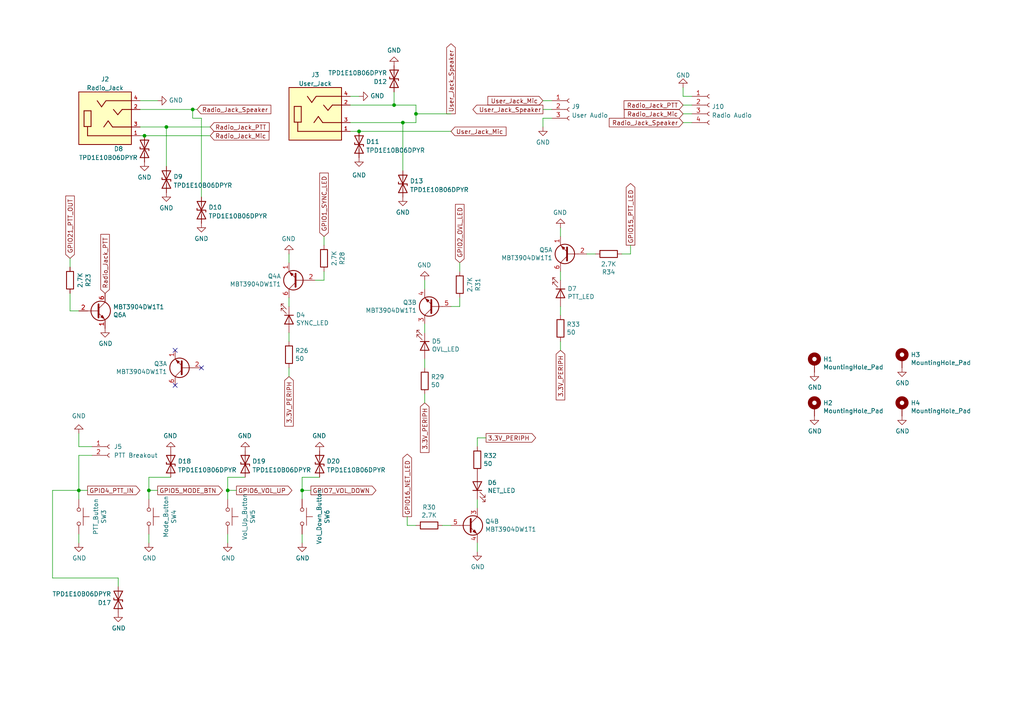
<source format=kicad_sch>
(kicad_sch (version 20211123) (generator eeschema)
  (paper "A4")
  (title_block (title "ezDV External Interface") (date "2023-04-03") (rev "v0.8") (company "FreeDV Project"))
  (lib_symbols
    (symbol "Connector:Conn_01x02_Female" (pin_names (offset 1.016) hide)
      (property "Reference" "J" (at 0 2.54 0))
      (property "Value" "Conn_01x02_Female" (at 0 -5.08 0))
      (symbol "Conn_01x02_Female_1_1"
        (arc (start 0 -2.032) (mid -0.508 -2.54) (end 0 -3.048) (stroke (width 0.1524)))
        (polyline (pts (xy -1.27 -2.54) (xy -0.508 -2.54)) (stroke (width 0.1524)))
        (polyline (pts (xy -1.27 0) (xy -0.508 0)) (stroke (width 0.1524)))
        (arc (start 0 0.508) (mid -0.508 0) (end 0 -0.508) (stroke (width 0.1524)))
        (pin passive line (at -5.08 0 0) (length 3.81) (name "Pin_1") (number "1"))
        (pin passive line (at -5.08 -2.54 0) (length 3.81) (name "Pin_2") (number "2"))
      )
    )
    (symbol "Connector:Conn_01x03_Female" (pin_names (offset 1.016) hide)
      (property "Reference" "J" (at 0 5.08 0))
      (property "Value" "Conn_01x03_Female" (at 0 -5.08 0))
      (symbol "Conn_01x03_Female_1_1"
        (arc (start 0 -2.032) (mid -0.508 -2.54) (end 0 -3.048) (stroke (width 0.1524)))
        (polyline (pts (xy -1.27 -2.54) (xy -0.508 -2.54)) (stroke (width 0.1524)))
        (polyline (pts (xy -1.27 0) (xy -0.508 0)) (stroke (width 0.1524)))
        (polyline (pts (xy -1.27 2.54) (xy -0.508 2.54)) (stroke (width 0.1524)))
        (arc (start 0 0.508) (mid -0.508 0) (end 0 -0.508) (stroke (width 0.1524)))
        (arc (start 0 3.048) (mid -0.508 2.54) (end 0 2.032) (stroke (width 0.1524)))
        (pin passive line (at -5.08 2.54 0) (length 3.81) (name "Pin_1") (number "1"))
        (pin passive line (at -5.08 0 0) (length 3.81) (name "Pin_2") (number "2"))
        (pin passive line (at -5.08 -2.54 0) (length 3.81) (name "Pin_3") (number "3"))
      )
    )
    (symbol "Connector:Conn_01x04_Female" (pin_names (offset 1.016) hide)
      (property "Reference" "J" (at 0 5.08 0))
      (property "Value" "Conn_01x04_Female" (at 0 -7.62 0))
      (symbol "Conn_01x04_Female_1_1"
        (arc (start 0 -4.572) (mid -0.508 -5.08) (end 0 -5.588) (stroke (width 0.1524)))
        (arc (start 0 -2.032) (mid -0.508 -2.54) (end 0 -3.048) (stroke (width 0.1524)))
        (polyline (pts (xy -1.27 -5.08) (xy -0.508 -5.08)) (stroke (width 0.1524)))
        (polyline (pts (xy -1.27 -2.54) (xy -0.508 -2.54)) (stroke (width 0.1524)))
        (polyline (pts (xy -1.27 0) (xy -0.508 0)) (stroke (width 0.1524)))
        (polyline (pts (xy -1.27 2.54) (xy -0.508 2.54)) (stroke (width 0.1524)))
        (arc (start 0 0.508) (mid -0.508 0) (end 0 -0.508) (stroke (width 0.1524)))
        (arc (start 0 3.048) (mid -0.508 2.54) (end 0 2.032) (stroke (width 0.1524)))
        (pin passive line (at -5.08 2.54 0) (length 3.81) (name "Pin_1") (number "1"))
        (pin passive line (at -5.08 0 0) (length 3.81) (name "Pin_2") (number "2"))
        (pin passive line (at -5.08 -2.54 0) (length 3.81) (name "Pin_3") (number "3"))
        (pin passive line (at -5.08 -5.08 0) (length 3.81) (name "Pin_4") (number "4"))
      )
    )
    (symbol "Device:D_TVS" (pin_numbers hide) (pin_names (offset 1.016) hide)
      (property "Reference" "D" (at 0 2.54 0))
      (property "Value" "D_TVS" (at 0 -2.54 0))
      (symbol "D_TVS_0_1"
        (polyline (pts (xy 1.27 0) (xy -1.27 0)))
        (polyline (pts (xy 0.508 1.27) (xy 0 1.27) (xy 0 -1.27) (xy -0.508 -1.27)) (stroke (width 0.254)))
        (polyline (pts (xy -2.54 1.27) (xy -2.54 -1.27) (xy 2.54 1.27) (xy 2.54 -1.27) (xy -2.54 1.27)) (stroke (width 0.254)))
      )
      (symbol "D_TVS_1_1"
        (pin passive line (at -3.81 0 0) (length 2.54) (name "A1") (number "1"))
        (pin passive line (at 3.81 0 180) (length 2.54) (name "A2") (number "2"))
      )
    )
    (symbol "Device:LED" (pin_numbers hide) (pin_names (offset 1.016) hide)
      (property "Reference" "D" (at 0 2.54 0))
      (property "Value" "LED" (at 0 -2.54 0))
      (symbol "LED_0_1"
        (polyline (pts (xy -1.27 -1.27) (xy -1.27 1.27)) (stroke (width 0.254)))
        (polyline (pts (xy -1.27 0) (xy 1.27 0)))
        (polyline (pts (xy 1.27 -1.27) (xy 1.27 1.27) (xy -1.27 0) (xy 1.27 -1.27)) (stroke (width 0.254)))
        (polyline (pts (xy -3.048 -0.762) (xy -4.572 -2.286) (xy -3.81 -2.286) (xy -4.572 -2.286) (xy -4.572 -1.524)))
        (polyline (pts (xy -1.778 -0.762) (xy -3.302 -2.286) (xy -2.54 -2.286) (xy -3.302 -2.286) (xy -3.302 -1.524)))
      )
      (symbol "LED_1_1"
        (pin passive line (at -3.81 0 0) (length 2.54) (name "K") (number "1"))
        (pin passive line (at 3.81 0 180) (length 2.54) (name "A") (number "2"))
      )
    )
    (symbol "Device:R" (pin_numbers hide) (pin_names (offset 0))
      (property "Reference" "R" (at 2.032 0 90))
      (property "Value" "R" (at 0 0 90))
      (symbol "R_0_1"
        (rectangle (start -1.016 -2.54) (end 1.016 2.54) (stroke (width 0.254)))
      )
      (symbol "R_1_1"
        (pin passive line (at 0 3.81 270) (length 1.27) (name "~") (number "1"))
        (pin passive line (at 0 -3.81 90) (length 1.27) (name "~") (number "2"))
      )
    )
    (symbol "Mechanical:MountingHole_Pad" (pin_numbers hide) (pin_names (offset 1.016) hide)
      (property "Reference" "H" (at 0 6.35 0))
      (property "Value" "MountingHole_Pad" (at 0 4.445 0))
      (symbol "MountingHole_Pad_0_1"
        (circle (center 0 1.27) (radius 1.27) (stroke (width 1.27)))
      )
      (symbol "MountingHole_Pad_1_1"
        (pin input line (at 0 -2.54 90) (length 2.54) (name "1") (number "1"))
      )
    )
    (symbol "SJ-43514:SJ-43514" (pin_names (offset 1.016))
      (property "Reference" "J" (at -7.6219 8.3841 0))
      (property "Value" "SJ-43514" (at -7.6261 -10.1682 0))
      (symbol "SJ-43514_0_0"
        (rectangle (start -7.62 -7.62) (end 7.62 7.62) (stroke (width 0.254)) (fill (type background)))
        (polyline (pts (xy -6.096 -2.413) (xy -4.064 -2.413)) (stroke (width 0.254)))
        (polyline (pts (xy -6.096 2.159) (xy -6.096 -2.413)) (stroke (width 0.254)))
        (polyline (pts (xy -5.08 -5.08) (xy 7.62 -5.08)) (stroke (width 0.254)))
        (polyline (pts (xy -5.08 -2.54) (xy -5.08 -5.08)) (stroke (width 0.254)))
        (polyline (pts (xy -4.064 -2.413) (xy -4.064 2.159)) (stroke (width 0.254)))
        (polyline (pts (xy -4.064 2.159) (xy -6.096 2.159)) (stroke (width 0.254)))
        (polyline (pts (xy -2.286 5.08) (xy -1.016 3.302)) (stroke (width 0.254)))
        (polyline (pts (xy -1.016 3.302) (xy 0.254 5.08)) (stroke (width 0.254)))
        (polyline (pts (xy -0.381 -2.54) (xy 0.889 -0.762)) (stroke (width 0.254)))
        (polyline (pts (xy 0.381 5.08) (xy 7.62 5.08)) (stroke (width 0.254)))
        (polyline (pts (xy 0.889 -0.762) (xy 2.159 -2.54)) (stroke (width 0.254)))
        (polyline (pts (xy 2.159 -2.54) (xy 7.62 -2.54)) (stroke (width 0.254)))
        (polyline (pts (xy 2.413 2.54) (xy 3.683 1.016)) (stroke (width 0.254)))
        (polyline (pts (xy 3.683 1.016) (xy 4.953 2.54)) (stroke (width 0.254)))
        (polyline (pts (xy 4.953 2.54) (xy 7.62 2.54)) (stroke (width 0.254)))
        (pin passive line (at 10.16 -5.08 180) (length 2.54) (name "~") (number "1"))
        (pin passive line (at 10.16 2.54 180) (length 2.54) (name "~") (number "2"))
        (pin passive line (at 10.16 -2.54 180) (length 2.54) (name "~") (number "3"))
        (pin passive line (at 10.16 5.08 180) (length 2.54) (name "~") (number "4"))
      )
    )
    (symbol "Switch:SW_Push" (pin_numbers hide) (pin_names (offset 1.016) hide)
      (property "Reference" "SW" (at 1.27 2.54 0))
      (property "Value" "SW_Push" (at 0 -1.524 0))
      (symbol "SW_Push_0_1"
        (circle (center -2.032 0) (radius 0.508))
        (polyline (pts (xy 0 1.27) (xy 0 3.048)))
        (polyline (pts (xy 2.54 1.27) (xy -2.54 1.27)))
        (circle (center 2.032 0) (radius 0.508))
        (pin passive line (at -5.08 0 0) (length 2.54) (name "1") (number "1"))
        (pin passive line (at 5.08 0 180) (length 2.54) (name "2") (number "2"))
      )
    )
    (symbol "ezDV-rescue:Q_DUAL_NPN_NPN_E1B1C2E2B2C1-Device" (pin_names (offset 0) hide)
      (property "Reference" "Q" (at 5.08 1.27 0))
      (property "Value" "Q_DUAL_NPN_NPN_E1B1C2E2B2C1-Device" (at 5.08 -1.27 0))
      (symbol "Q_DUAL_NPN_NPN_E1B1C2E2B2C1-Device_0_1"
        (polyline (pts (xy 0.635 0) (xy -2.54 0)))
        (polyline (pts (xy 0.635 0.635) (xy 2.54 2.54)))
        (polyline (pts (xy 0.635 -0.635) (xy 2.54 -2.54) (xy 2.54 -2.54)))
        (polyline (pts (xy 0.635 1.905) (xy 0.635 -1.905) (xy 0.635 -1.905)) (stroke (width 0.508)))
        (polyline (pts (xy 1.27 -1.778) (xy 1.778 -1.27) (xy 2.286 -2.286) (xy 1.27 -1.778) (xy 1.27 -1.778)) (fill (type outline)))
        (circle (center 1.27 0) (radius 2.8194) (stroke (width 0.254)))
      )
      (symbol "Q_DUAL_NPN_NPN_E1B1C2E2B2C1-Device_1_1"
        (pin passive line (at 2.54 -5.08 90) (length 2.54) (name "E1") (number "1"))
        (pin input line (at -5.08 0 0) (length 2.54) (name "B1") (number "2"))
        (pin passive line (at 2.54 5.08 270) (length 2.54) (name "C1") (number "6"))
      )
      (symbol "Q_DUAL_NPN_NPN_E1B1C2E2B2C1-Device_2_1"
        (pin passive line (at 2.54 5.08 270) (length 2.54) (name "C2") (number "3"))
        (pin passive line (at 2.54 -5.08 90) (length 2.54) (name "E2") (number "4"))
        (pin input line (at -5.08 0 0) (length 2.54) (name "B2") (number "5"))
      )
    )
    (symbol "power:GND" (power) (pin_names (offset 0))
      (property "Value" "GND" (at 0 -3.81 0))
      (symbol "GND_0_1"
        (polyline (pts (xy 0 0) (xy 0 -1.27) (xy 1.27 -1.27) (xy 0 -2.54) (xy -1.27 -1.27) (xy 0 -1.27)))
      )
      (symbol "GND_1_1"
        (pin power_in line (at 0 0 270) (length 0) hide (name "GND") (number "1"))
      )
    )
  )
  (junction (at 120.65 33.02))
  (junction (at 66.04 142.24))
  (junction (at 104.14 38.1))
  (junction (at 48.26 36.83))
  (junction (at 41.91 39.37))
  (junction (at 116.84 35.56))
  (junction (at 43.18 142.24))
  (junction (at 55.88 31.75))
  (junction (at 22.86 142.24))
  (junction (at 114.3 30.48))
  (junction (at 87.63 142.24))
  (no_connect (at 50.8 101.6))
  (no_connect (at 58.42 106.68))
  (no_connect (at 50.8 111.76))
  (wire (pts (xy 133.35 86.36) (xy 133.35 88.9)))
  (wire (pts (xy 15.24 167.64) (xy 34.29 167.64)))
  (wire (pts (xy 162.56 91.44) (xy 162.56 88.9)))
  (wire (pts (xy 182.88 73.66) (xy 182.88 71.12)))
  (wire (pts (xy 138.43 157.48) (xy 138.43 160.02)))
  (wire (pts (xy 128.27 152.4) (xy 130.81 152.4)))
  (wire (pts (xy 120.65 35.56) (xy 116.84 35.56)))
  (wire (pts (xy 20.32 77.47) (xy 20.32 74.93)))
  (wire (pts (xy 101.6 35.56) (xy 116.84 35.56)))
  (wire (pts (xy 138.43 127) (xy 140.97 127)))
  (wire (pts (xy 123.19 106.68) (xy 123.19 104.14)))
  (wire (pts (xy 58.42 34.29) (xy 55.88 34.29)))
  (wire (pts (xy 93.98 71.12) (xy 93.98 68.58)))
  (wire (pts (xy 22.86 142.24) (xy 15.24 142.24)))
  (wire (pts (xy 133.35 88.9) (xy 130.81 88.9)))
  (wire (pts (xy 22.86 132.08) (xy 22.86 142.24)))
  (wire (pts (xy 116.84 49.53) (xy 116.84 35.56)))
  (wire (pts (xy 123.19 83.82) (xy 123.19 81.28)))
  (wire (pts (xy 20.32 85.09) (xy 20.32 90.17)))
  (wire (pts (xy 41.91 39.37) (xy 60.96 39.37)))
  (wire (pts (xy 15.24 142.24) (xy 15.24 167.64)))
  (wire (pts (xy 133.35 78.74) (xy 133.35 76.2)))
  (wire (pts (xy 162.56 81.28) (xy 162.56 78.74)))
  (wire (pts (xy 66.04 142.24) (xy 66.04 144.78)))
  (wire (pts (xy 162.56 99.06) (xy 162.56 101.6)))
  (wire (pts (xy 87.63 142.24) (xy 87.63 138.43)))
  (wire (pts (xy 101.6 30.48) (xy 114.3 30.48)))
  (wire (pts (xy 90.17 142.24) (xy 87.63 142.24)))
  (wire (pts (xy 172.72 73.66) (xy 170.18 73.66)))
  (wire (pts (xy 198.12 30.48) (xy 200.66 30.48)))
  (wire (pts (xy 66.04 138.43) (xy 71.12 138.43)))
  (wire (pts (xy 83.82 76.2) (xy 83.82 73.66)))
  (wire (pts (xy 22.86 90.17) (xy 20.32 90.17)))
  (wire (pts (xy 48.26 36.83) (xy 48.26 48.26)))
  (wire (pts (xy 25.4 142.24) (xy 22.86 142.24)))
  (wire (pts (xy 157.48 31.75) (xy 160.02 31.75)))
  (wire (pts (xy 22.86 129.54) (xy 26.67 129.54)))
  (wire (pts (xy 130.81 33.02) (xy 120.65 33.02)))
  (wire (pts (xy 198.12 27.94) (xy 198.12 25.4)))
  (wire (pts (xy 43.18 138.43) (xy 49.53 138.43)))
  (wire (pts (xy 157.48 29.21) (xy 160.02 29.21)))
  (wire (pts (xy 93.98 78.74) (xy 93.98 81.28)))
  (wire (pts (xy 120.65 33.02) (xy 120.65 35.56)))
  (wire (pts (xy 120.65 33.02) (xy 120.65 30.48)))
  (wire (pts (xy 87.63 138.43) (xy 92.71 138.43)))
  (wire (pts (xy 118.11 152.4) (xy 118.11 149.86)))
  (wire (pts (xy 83.82 106.68) (xy 83.82 109.22)))
  (wire (pts (xy 22.86 125.73) (xy 22.86 129.54)))
  (wire (pts (xy 83.82 99.06) (xy 83.82 96.52)))
  (wire (pts (xy 198.12 35.56) (xy 200.66 35.56)))
  (wire (pts (xy 120.65 30.48) (xy 114.3 30.48)))
  (wire (pts (xy 68.58 142.24) (xy 66.04 142.24)))
  (wire (pts (xy 114.3 26.67) (xy 114.3 30.48)))
  (wire (pts (xy 26.67 132.08) (xy 22.86 132.08)))
  (wire (pts (xy 43.18 142.24) (xy 43.18 138.43)))
  (wire (pts (xy 101.6 27.94) (xy 104.14 27.94)))
  (wire (pts (xy 138.43 129.54) (xy 138.43 127)))
  (wire (pts (xy 58.42 57.15) (xy 58.42 34.29)))
  (wire (pts (xy 83.82 88.9) (xy 83.82 86.36)))
  (wire (pts (xy 101.6 38.1) (xy 104.14 38.1)))
  (wire (pts (xy 123.19 96.52) (xy 123.19 93.98)))
  (wire (pts (xy 45.72 142.24) (xy 43.18 142.24)))
  (wire (pts (xy 43.18 142.24) (xy 43.18 144.78)))
  (wire (pts (xy 87.63 142.24) (xy 87.63 144.78)))
  (wire (pts (xy 198.12 33.02) (xy 200.66 33.02)))
  (wire (pts (xy 120.65 152.4) (xy 118.11 152.4)))
  (wire (pts (xy 87.63 154.94) (xy 87.63 157.48)))
  (wire (pts (xy 157.48 34.29) (xy 160.02 34.29)))
  (wire (pts (xy 93.98 81.28) (xy 91.44 81.28)))
  (wire (pts (xy 22.86 154.94) (xy 22.86 157.48)))
  (wire (pts (xy 138.43 144.78) (xy 138.43 147.32)))
  (wire (pts (xy 66.04 154.94) (xy 66.04 157.48)))
  (wire (pts (xy 66.04 142.24) (xy 66.04 138.43)))
  (wire (pts (xy 200.66 27.94) (xy 198.12 27.94)))
  (wire (pts (xy 123.19 114.3) (xy 123.19 116.84)))
  (wire (pts (xy 43.18 154.94) (xy 43.18 157.48)))
  (wire (pts (xy 157.48 36.83) (xy 157.48 34.29)))
  (wire (pts (xy 40.64 29.21) (xy 45.72 29.21)))
  (wire (pts (xy 40.64 36.83) (xy 48.26 36.83)))
  (wire (pts (xy 48.26 36.83) (xy 60.96 36.83)))
  (wire (pts (xy 55.88 31.75) (xy 57.15 31.75)))
  (wire (pts (xy 180.34 73.66) (xy 182.88 73.66)))
  (wire (pts (xy 55.88 34.29) (xy 55.88 31.75)))
  (wire (pts (xy 40.64 31.75) (xy 55.88 31.75)))
  (wire (pts (xy 104.14 38.1) (xy 130.81 38.1)))
  (wire (pts (xy 22.86 142.24) (xy 22.86 144.78)))
  (wire (pts (xy 40.64 39.37) (xy 41.91 39.37)))
  (wire (pts (xy 162.56 66.04) (xy 162.56 68.58)))
  (wire (pts (xy 34.29 167.64) (xy 34.29 170.18)))
  (global_label "Radio_Jack_Speaker" (shape input) (at 57.15 31.75 0) (property "Intersheet References" "${INTERSHEET_REFS}" (effects hide)))
  (global_label "GPIO7_VOL_DOWN" (shape output) (at 90.17 142.24 0) (property "Intersheet References" "${INTERSHEET_REFS}" (effects hide)))
  (global_label "Radio_Jack_PTT" (shape input) (at 30.48 85.09 90) (property "Intersheet References" "${INTERSHEET_REFS}" (effects hide)))
  (global_label "GPIO2_OVL_LED" (shape input) (at 133.35 76.2 90) (property "Intersheet References" "${INTERSHEET_REFS}" (effects hide)))
  (global_label "GPIO21_PTT_OUT" (shape input) (at 20.32 74.93 90) (property "Intersheet References" "${INTERSHEET_REFS}" (effects hide)))
  (global_label "GPIO5_MODE_BTN" (shape output) (at 45.72 142.24 0) (property "Intersheet References" "${INTERSHEET_REFS}" (effects hide)))
  (global_label "Radio_Jack_Mic" (shape input) (at 198.12 33.02 180) (property "Intersheet References" "${INTERSHEET_REFS}" (effects hide)))
  (global_label "GPIO16_NET_LED" (shape output) (at 118.11 149.86 90) (property "Intersheet References" "${INTERSHEET_REFS}" (effects hide)))
  (global_label "GPIO6_VOL_UP" (shape output) (at 68.58 142.24 0) (property "Intersheet References" "${INTERSHEET_REFS}" (effects hide)))
  (global_label "Radio_Jack_Mic" (shape input) (at 60.96 39.37 0) (property "Intersheet References" "${INTERSHEET_REFS}" (effects hide)))
  (global_label "3.3V_PERIPH" (shape output) (at 140.97 127 0) (property "Intersheet References" "${INTERSHEET_REFS}" (effects hide)))
  (global_label "GPIO15_PTT_LED" (shape output) (at 182.88 71.12 90) (property "Intersheet References" "${INTERSHEET_REFS}" (effects hide)))
  (global_label "User_Jack_Speaker" (shape output) (at 130.81 33.02 90) (property "Intersheet References" "${INTERSHEET_REFS}" (effects hide)))
  (global_label "Radio_Jack_PTT" (shape input) (at 60.96 36.83 0) (property "Intersheet References" "${INTERSHEET_REFS}" (effects hide)))
  (global_label "3.3V_PERIPH" (shape input) (at 83.82 109.22 270) (property "Intersheet References" "${INTERSHEET_REFS}" (effects hide)))
  (global_label "User_Jack_Mic" (shape input) (at 157.48 29.21 180) (property "Intersheet References" "${INTERSHEET_REFS}" (effects hide)))
  (global_label "Radio_Jack_Speaker" (shape input) (at 198.12 35.56 180) (property "Intersheet References" "${INTERSHEET_REFS}" (effects hide)))
  (global_label "User_Jack_Speaker" (shape output) (at 157.48 31.75 180) (property "Intersheet References" "${INTERSHEET_REFS}" (effects hide)))
  (global_label "GPIO4_PTT_IN" (shape output) (at 25.4 142.24 0) (property "Intersheet References" "${INTERSHEET_REFS}" (effects hide)))
  (global_label "3.3V_PERIPH" (shape input) (at 123.19 116.84 270) (property "Intersheet References" "${INTERSHEET_REFS}" (effects hide)))
  (global_label "User_Jack_Mic" (shape input) (at 130.81 38.1 0) (property "Intersheet References" "${INTERSHEET_REFS}" (effects hide)))
  (global_label "Radio_Jack_PTT" (shape input) (at 198.12 30.48 180) (property "Intersheet References" "${INTERSHEET_REFS}" (effects hide)))
  (global_label "GPIO1_SYNC_LED" (shape input) (at 93.98 68.58 90) (property "Intersheet References" "${INTERSHEET_REFS}" (effects hide)))
  (global_label "3.3V_PERIPH" (shape input) (at 162.56 101.6 270) (property "Intersheet References" "${INTERSHEET_REFS}" (effects hide)))
  (symbol (lib_id "Mechanical:MountingHole_Pad") (at 261.62 118.11 0) (unit 1)
    (property "Reference" "H4" (at 264.16 116.8654 0) (effects (justify left)))
    (property "Value" "MountingHole_Pad" (at 264.16 119.1768 0) (effects (justify left)))
    (property "Footprint" "MountingHole:MountingHole_3.2mm_M3_Pad" (effects hide))
  )
  (symbol (lib_id "power:GND") (at 236.22 107.95 0) (unit 1)
    (property "Reference" "#PWR036" (effects hide))
    (property "Value" "GND" (at 236.347 112.3442 0))
  )
  (symbol (lib_id "power:GND") (at 116.84 57.15 0) (unit 1)
    (property "Reference" "#PWR0107" (effects hide))
    (property "Value" "GND" (at 116.84 61.5934 0))
  )
  (symbol (lib_id "Device:R") (at 133.35 82.55 180) (unit 1)
    (property "Reference" "R31" (at 138.6078 82.55 90))
    (property "Value" "2.7K" (at 136.2964 82.55 90))
    (property "Footprint" "Resistor_SMD:R_0603_1608Metric" (effects hide))
    (property "Datasheet" "https://datasheet.lcsc.com/lcsc/2206010216_UNI-ROYAL-Uniroyal-Elec-0603WAF2701T5E_C13167.pdf" (effects hide))
    (property "LCSC" "C13167" (effects hide))
  )
  (symbol (lib_id "power:GND") (at 41.91 46.99 0) (unit 1)
    (property "Reference" "#PWR0110" (effects hide))
    (property "Value" "GND" (at 41.91 51.4334 0))
  )
  (symbol (lib_id "power:GND") (at 48.26 55.88 0) (unit 1)
    (property "Reference" "#PWR0111" (effects hide))
    (property "Value" "GND" (at 48.26 60.3234 0))
  )
  (symbol (lib_id "Device:R") (at 83.82 102.87 0) (unit 1)
    (property "Reference" "R26" (at 85.598 101.7016 0) (effects (justify left)))
    (property "Value" "50" (at 85.598 104.013 0) (effects (justify left)))
    (property "Footprint" "Resistor_SMD:R_0603_1608Metric" (effects hide))
    (property "Datasheet" "https://datasheet.lcsc.com/lcsc/2206010130_UNI-ROYAL-Uniroyal-Elec-0603WAF1500T5E_C22808.pdf" (effects hide))
    (property "LCSC" "C22808" (effects hide))
  )
  (symbol (lib_id "Device:R") (at 162.56 95.25 0) (unit 1)
    (property "Reference" "R33" (at 164.338 94.0816 0) (effects (justify left)))
    (property "Value" "50" (at 164.338 96.393 0) (effects (justify left)))
    (property "Footprint" "Resistor_SMD:R_0603_1608Metric" (effects hide))
    (property "Datasheet" "https://datasheet.lcsc.com/lcsc/2206010130_UNI-ROYAL-Uniroyal-Elec-0603WAF1500T5E_C22808.pdf" (effects hide))
    (property "LCSC" "C22808" (effects hide))
  )
  (symbol (lib_id "power:GND") (at 162.56 66.04 180) (unit 1)
    (property "Reference" "#PWR035" (effects hide))
    (property "Value" "GND" (at 162.433 61.6458 0))
  )
  (symbol (lib_id "ezDV-rescue:Q_DUAL_NPN_NPN_E1B1C2E2B2C1-Device") (at 86.36 81.28 180) (unit 1)
    (property "Reference" "Q4" (at 81.5086 80.1116 0) (effects (justify left)))
    (property "Value" "MBT3904DW1T1" (at 81.5086 82.423 0) (effects (justify left)))
    (property "Footprint" "Package_TO_SOT_SMD:SOT-363_SC-70-6" (effects hide))
    (property "Datasheet" "https://datasheet.lcsc.com/lcsc/1811151434_onsemi-MBT3904DW1T1G_C110150.pdf" (effects hide))
    (property "LCSC" "C110150" (effects hide))
  )
  (symbol (lib_id "power:GND") (at 49.53 130.81 180) (unit 1)
    (property "Reference" "#PWR059" (effects hide))
    (property "Value" "GND" (at 49.403 126.4158 0))
  )
  (symbol (lib_id "Device:D_TVS") (at 92.71 134.62 90) (unit 1)
    (property "Reference" "D20" (at 94.742 133.7853 90) (effects (justify right)))
    (property "Value" "TPD1E10B06DPYR" (at 94.742 136.3222 90) (effects (justify right)))
    (property "Footprint" "ezDV_production:DIO_TPD1E05U06DPYR" (effects hide))
    (property "Datasheet" "https://www.ti.com/lit/ds/symlink/tpd1e10b06.pdf?ts=1673062853444" (effects hide))
    (property "LCSC" "C48260" (effects hide))
  )
  (symbol (lib_id "power:GND") (at 71.12 130.81 180) (unit 1)
    (property "Reference" "#PWR060" (effects hide))
    (property "Value" "GND" (at 70.993 126.4158 0))
  )
  (symbol (lib_id "power:GND") (at 261.62 106.68 0) (unit 1)
    (property "Reference" "#PWR038" (effects hide))
    (property "Value" "GND" (at 261.747 111.0742 0))
  )
  (symbol (lib_id "Device:LED") (at 138.43 140.97 90) (unit 1)
    (property "Reference" "D6" (at 141.4272 139.9794 90) (effects (justify right)))
    (property "Value" "NET_LED" (at 141.4272 142.2908 90) (effects (justify right)))
    (property "Footprint" "Diode_SMD:D_0603_1608Metric" (effects hide))
    (property "Datasheet" "https://datasheet.lcsc.com/lcsc/1811101510_Everlight-Elec-19-217-BHC-ZL1M2RY-3T_C72041.pdf" (effects hide))
    (property "LCSC" "C72041" (effects hide))
  )
  (symbol (lib_id "power:GND") (at 22.86 125.73 180) (unit 1)
    (property "Reference" "#PWR043" (effects hide))
    (property "Value" "GND" (at 22.86 120.65 0))
  )
  (symbol (lib_id "Device:D_TVS") (at 104.14 41.91 90) (unit 1)
    (property "Reference" "D11" (at 106.172 41.0753 90) (effects (justify right)))
    (property "Value" "TPD1E10B06DPYR" (at 106.172 43.6122 90) (effects (justify right)))
    (property "Footprint" "ezDV_production:DIO_TPD1E05U06DPYR" (effects hide))
    (property "Datasheet" "https://www.ti.com/lit/ds/symlink/tpd1e10b06.pdf?ts=1673062853444" (effects hide))
    (property "LCSC" "C48260" (effects hide))
  )
  (symbol (lib_id "power:GND") (at 92.71 130.81 180) (unit 1)
    (property "Reference" "#PWR061" (effects hide))
    (property "Value" "GND" (at 92.583 126.4158 0))
  )
  (symbol (lib_id "Device:LED") (at 123.19 100.33 270) (unit 1)
    (property "Reference" "D5" (at 125.222 98.9838 90) (effects (justify left)))
    (property "Value" "OVL_LED" (at 125.222 101.2952 90) (effects (justify left)))
    (property "Footprint" "Diode_SMD:D_0603_1608Metric" (effects hide))
    (property "Datasheet" "https://datasheet.lcsc.com/lcsc/1810231112_Hubei-KENTO-Elec-KT-0603R_C2286.pdf" (effects hide))
    (property "LCSC" "C2286" (effects hide))
  )
  (symbol (lib_id "power:GND") (at 22.86 157.48 0) (unit 1)
    (property "Reference" "#PWR025" (effects hide))
    (property "Value" "GND" (at 22.987 161.8742 0))
  )
  (symbol (lib_id "Device:D_TVS") (at 71.12 134.62 90) (unit 1)
    (property "Reference" "D19" (at 73.152 133.7853 90) (effects (justify right)))
    (property "Value" "TPD1E10B06DPYR" (at 73.152 136.3222 90) (effects (justify right)))
    (property "Footprint" "ezDV_production:DIO_TPD1E05U06DPYR" (effects hide))
    (property "Datasheet" "https://www.ti.com/lit/ds/symlink/tpd1e10b06.pdf?ts=1673062853444" (effects hide))
    (property "LCSC" "C48260" (effects hide))
  )
  (symbol (lib_id "power:GND") (at 138.43 160.02 0) (unit 1)
    (property "Reference" "#PWR034" (effects hide))
    (property "Value" "GND" (at 138.557 164.4142 0))
  )
  (symbol (lib_id "Device:R") (at 93.98 74.93 180) (unit 1)
    (property "Reference" "R28" (at 99.2378 74.93 90))
    (property "Value" "2.7K" (at 96.9264 74.93 90))
    (property "Footprint" "Resistor_SMD:R_0603_1608Metric" (effects hide))
    (property "Datasheet" "https://datasheet.lcsc.com/lcsc/2206010216_UNI-ROYAL-Uniroyal-Elec-0603WAF2701T5E_C13167.pdf" (effects hide))
    (property "LCSC" "C13167" (effects hide))
  )
  (symbol (lib_id "Device:LED") (at 83.82 92.71 270) (unit 1)
    (property "Reference" "D4" (at 85.852 91.3638 90) (effects (justify left)))
    (property "Value" "SYNC_LED" (at 85.852 93.6752 90) (effects (justify left)))
    (property "Footprint" "Diode_SMD:D_0603_1608Metric" (effects hide))
    (property "Datasheet" "https://datasheet.lcsc.com/lcsc/1912111437_Yongyu-Photoelectric-SZYY0603YG_C434423.pdf" (effects hide))
    (property "LCSC" "C434423" (effects hide))
  )
  (symbol (lib_id "power:GND") (at 87.63 157.48 0) (unit 1)
    (property "Reference" "#PWR031" (effects hide))
    (property "Value" "GND" (at 87.757 161.8742 0))
  )
  (symbol (lib_id "Mechanical:MountingHole_Pad") (at 236.22 105.41 0) (unit 1)
    (property "Reference" "H1" (at 238.76 104.1654 0) (effects (justify left)))
    (property "Value" "MountingHole_Pad" (at 238.76 106.4768 0) (effects (justify left)))
    (property "Footprint" "MountingHole:MountingHole_3.2mm_M3_Pad" (effects hide))
  )
  (symbol (lib_id "ezDV-rescue:Q_DUAL_NPN_NPN_E1B1C2E2B2C1-Device") (at 125.73 88.9 180) (unit 2)
    (property "Reference" "Q3" (at 120.8786 87.7316 0) (effects (justify left)))
    (property "Value" "MBT3904DW1T1" (at 120.8786 90.043 0) (effects (justify left)))
    (property "Footprint" "Package_TO_SOT_SMD:SOT-363_SC-70-6" (effects hide))
    (property "Datasheet" "https://datasheet.lcsc.com/lcsc/1811151434_onsemi-MBT3904DW1T1G_C110150.pdf" (effects hide))
    (property "LCSC" "C110150" (effects hide))
  )
  (symbol (lib_id "Connector:Conn_01x02_Female") (at 31.75 129.54 0) (unit 1)
    (property "Reference" "J5" (at 33.02 129.5399 0) (effects (justify left)))
    (property "Value" "PTT Breakout" (at 33.02 132.0799 0) (effects (justify left)))
    (property "Footprint" "Connector_PinHeader_2.54mm:PinHeader_1x02_P2.54mm_Vertical" (effects hide))
  )
  (symbol (lib_id "power:GND") (at 261.62 120.65 0) (unit 1)
    (property "Reference" "#PWR039" (effects hide))
    (property "Value" "GND" (at 261.747 125.0442 0))
  )
  (symbol (lib_id "power:GND") (at 83.82 73.66 180) (unit 1)
    (property "Reference" "#PWR030" (effects hide))
    (property "Value" "GND" (at 83.693 69.2658 0))
  )
  (symbol (lib_id "ezDV-rescue:Q_DUAL_NPN_NPN_E1B1C2E2B2C1-Device") (at 165.1 73.66 180) (unit 1)
    (property "Reference" "Q5" (at 160.2486 72.4916 0) (effects (justify left)))
    (property "Value" "MBT3904DW1T1" (at 160.2486 74.803 0) (effects (justify left)))
    (property "Footprint" "Package_TO_SOT_SMD:SOT-363_SC-70-6" (effects hide))
    (property "Datasheet" "https://datasheet.lcsc.com/lcsc/1811151434_onsemi-MBT3904DW1T1G_C110150.pdf" (effects hide))
    (property "LCSC" "C110150" (effects hide))
  )
  (symbol (lib_id "Device:D_TVS") (at 116.84 53.34 90) (unit 1)
    (property "Reference" "D13" (at 118.872 52.5053 90) (effects (justify right)))
    (property "Value" "TPD1E10B06DPYR" (at 118.872 55.0422 90) (effects (justify right)))
    (property "Footprint" "ezDV_production:DIO_TPD1E05U06DPYR" (effects hide))
    (property "Datasheet" "https://www.ti.com/lit/ds/symlink/tpd1e10b06.pdf?ts=1673062853444" (effects hide))
    (property "LCSC" "C48260" (effects hide))
  )
  (symbol (lib_id "Device:R") (at 123.19 110.49 0) (unit 1)
    (property "Reference" "R29" (at 124.968 109.3216 0) (effects (justify left)))
    (property "Value" "50" (at 124.968 111.633 0) (effects (justify left)))
    (property "Footprint" "Resistor_SMD:R_0603_1608Metric" (effects hide))
    (property "Datasheet" "https://datasheet.lcsc.com/lcsc/2206010130_UNI-ROYAL-Uniroyal-Elec-0603WAF1500T5E_C22808.pdf" (effects hide))
    (property "LCSC" "C22808" (effects hide))
  )
  (symbol (lib_id "Device:R") (at 20.32 81.28 180) (unit 1)
    (property "Reference" "R23" (at 25.5778 81.28 90))
    (property "Value" "2.7K" (at 23.2664 81.28 90))
    (property "Footprint" "Resistor_SMD:R_0603_1608Metric" (effects hide))
    (property "Datasheet" "https://datasheet.lcsc.com/lcsc/2206010216_UNI-ROYAL-Uniroyal-Elec-0603WAF2701T5E_C13167.pdf" (effects hide))
    (property "LCSC" "C13167" (effects hide))
  )
  (symbol (lib_id "Device:R") (at 138.43 133.35 0) (unit 1)
    (property "Reference" "R32" (at 140.208 132.1816 0) (effects (justify left)))
    (property "Value" "50" (at 140.208 134.493 0) (effects (justify left)))
    (property "Footprint" "Resistor_SMD:R_0603_1608Metric" (effects hide))
    (property "Datasheet" "https://datasheet.lcsc.com/lcsc/2206010130_UNI-ROYAL-Uniroyal-Elec-0603WAF1500T5E_C22808.pdf" (effects hide))
    (property "LCSC" "C22808" (effects hide))
  )
  (symbol (lib_id "Switch:SW_Push") (at 22.86 149.86 270) (unit 1)
    (property "Reference" "SW3" (at 30.099 149.86 0))
    (property "Value" "PTT_Button" (at 27.7876 149.86 0))
    (property "Footprint" "Button_Switch_SMD:SW_SPST_TL3305C" (effects hide))
    (property "Datasheet" "https://datasheet.lcsc.com/lcsc/2202251630_E-Switch-TL3305CF260QG_C2886904.pdf" (effects hide))
    (property "LCSC" "C2886904" (effects hide))
  )
  (symbol (lib_id "Device:D_TVS") (at 41.91 43.18 90) (unit 1)
    (property "Reference" "D8" (at 33.02 43.18 90) (effects (justify right)))
    (property "Value" "TPD1E10B06DPYR" (at 22.86 45.72 90) (effects (justify right)))
    (property "Footprint" "ezDV_production:DIO_TPD1E05U06DPYR" (effects hide))
    (property "Datasheet" "https://www.ti.com/lit/ds/symlink/tpd1e10b06.pdf?ts=1673062853444" (effects hide))
    (property "LCSC" "C48260" (effects hide))
  )
  (symbol (lib_id "Device:D_TVS") (at 114.3 22.86 270) (unit 1)
    (property "Reference" "D12" (at 112.268 23.6947 90) (effects (justify right)))
    (property "Value" "TPD1E10B06DPYR" (at 112.268 21.1578 90) (effects (justify right)))
    (property "Footprint" "ezDV_production:DIO_TPD1E05U06DPYR" (effects hide))
    (property "Datasheet" "https://www.ti.com/lit/ds/symlink/tpd1e10b06.pdf?ts=1673062853444" (effects hide))
    (property "LCSC" "C48260" (effects hide))
  )
  (symbol (lib_id "ezDV-rescue:Q_DUAL_NPN_NPN_E1B1C2E2B2C1-Device") (at 53.34 106.68 180) (unit 1)
    (property "Reference" "Q3" (at 48.4886 105.5116 0) (effects (justify left)))
    (property "Value" "MBT3904DW1T1" (at 48.4886 107.823 0) (effects (justify left)))
    (property "Footprint" "Package_TO_SOT_SMD:SOT-363_SC-70-6" (effects hide))
    (property "Datasheet" "https://datasheet.lcsc.com/lcsc/1811151434_onsemi-MBT3904DW1T1G_C110150.pdf" (effects hide))
    (property "LCSC" "C110150" (effects hide))
  )
  (symbol (lib_id "Device:D_TVS") (at 34.29 173.99 270) (unit 1)
    (property "Reference" "D17" (at 32.258 174.8247 90) (effects (justify right)))
    (property "Value" "TPD1E10B06DPYR" (at 32.258 172.2878 90) (effects (justify right)))
    (property "Footprint" "ezDV_production:DIO_TPD1E05U06DPYR" (effects hide))
    (property "Datasheet" "https://www.ti.com/lit/ds/symlink/tpd1e10b06.pdf?ts=1673062853444" (effects hide))
    (property "LCSC" "C48260" (effects hide))
  )
  (symbol (lib_id "Switch:SW_Push") (at 66.04 149.86 270) (unit 1)
    (property "Reference" "SW5" (at 73.279 149.86 0))
    (property "Value" "Vol_Up_Button" (at 70.9676 149.86 0))
    (property "Footprint" "Button_Switch_SMD:SW_SPST_TL3305C" (effects hide))
    (property "Datasheet" "https://datasheet.lcsc.com/lcsc/2202251630_E-Switch-TL3305CF260QG_C2886904.pdf" (effects hide))
    (property "LCSC" "C2886904" (effects hide))
  )
  (symbol (lib_id "Connector:Conn_01x04_Female") (at 205.74 30.48 0) (unit 1)
    (property "Reference" "J10" (at 206.4512 30.9153 0) (effects (justify left)))
    (property "Value" "Radio Audio" (at 206.4512 33.4522 0) (effects (justify left)))
    (property "Footprint" "Connector_PinHeader_2.54mm:PinHeader_1x04_P2.54mm_Vertical" (effects hide))
  )
  (symbol (lib_id "Device:D_TVS") (at 49.53 134.62 90) (unit 1)
    (property "Reference" "D18" (at 51.562 133.7853 90) (effects (justify right)))
    (property "Value" "TPD1E10B06DPYR" (at 51.562 136.3222 90) (effects (justify right)))
    (property "Footprint" "ezDV_production:DIO_TPD1E05U06DPYR" (effects hide))
    (property "Datasheet" "https://www.ti.com/lit/ds/symlink/tpd1e10b06.pdf?ts=1673062853444" (effects hide))
    (property "LCSC" "C48260" (effects hide))
  )
  (symbol (lib_id "power:GND") (at 104.14 27.94 90) (unit 1)
    (property "Reference" "#PWR032" (effects hide))
    (property "Value" "GND" (at 107.3912 27.813 90) (effects (justify right)))
  )
  (symbol (lib_id "power:GND") (at 104.14 45.72 0) (unit 1)
    (property "Reference" "#PWR0106" (effects hide))
    (property "Value" "GND" (at 104.14 50.8 0))
  )
  (symbol (lib_id "power:GND") (at 43.18 157.48 0) (unit 1)
    (property "Reference" "#PWR027" (effects hide))
    (property "Value" "GND" (at 43.307 161.8742 0))
  )
  (symbol (lib_id "Mechanical:MountingHole_Pad") (at 261.62 104.14 0) (unit 1)
    (property "Reference" "H3" (at 264.16 102.8954 0) (effects (justify left)))
    (property "Value" "MountingHole_Pad" (at 264.16 105.2068 0) (effects (justify left)))
    (property "Footprint" "MountingHole:MountingHole_3.2mm_M3_Pad" (effects hide))
  )
  (symbol (lib_id "ezDV-rescue:Q_DUAL_NPN_NPN_E1B1C2E2B2C1-Device") (at 135.89 152.4 0) (unit 2)
    (property "Reference" "Q4" (at 140.716 151.2316 0) (effects (justify left)))
    (property "Value" "MBT3904DW1T1" (at 140.716 153.543 0) (effects (justify left)))
    (property "Footprint" "Package_TO_SOT_SMD:SOT-363_SC-70-6" (effects hide))
    (property "Datasheet" "https://datasheet.lcsc.com/lcsc/1811151434_onsemi-MBT3904DW1T1G_C110150.pdf" (effects hide))
    (property "LCSC" "C110150" (effects hide))
  )
  (symbol (lib_id "power:GND") (at 45.72 29.21 90) (unit 1)
    (property "Reference" "#PWR026" (effects hide))
    (property "Value" "GND" (at 48.9712 29.083 90) (effects (justify right)))
  )
  (symbol (lib_id "Device:R") (at 124.46 152.4 270) (unit 1)
    (property "Reference" "R30" (at 124.46 147.1422 90))
    (property "Value" "2.7K" (at 124.46 149.4536 90))
    (property "Footprint" "Resistor_SMD:R_0603_1608Metric" (effects hide))
    (property "Datasheet" "https://datasheet.lcsc.com/lcsc/2206010216_UNI-ROYAL-Uniroyal-Elec-0603WAF2701T5E_C13167.pdf" (effects hide))
    (property "LCSC" "C13167" (effects hide))
  )
  (symbol (lib_id "power:GND") (at 58.42 64.77 0) (unit 1)
    (property "Reference" "#PWR0109" (effects hide))
    (property "Value" "GND" (at 58.42 69.2134 0))
  )
  (symbol (lib_id "Mechanical:MountingHole_Pad") (at 236.22 118.11 0) (unit 1)
    (property "Reference" "H2" (at 238.76 116.8654 0) (effects (justify left)))
    (property "Value" "MountingHole_Pad" (at 238.76 119.1768 0) (effects (justify left)))
    (property "Footprint" "MountingHole:MountingHole_3.2mm_M3_Pad" (effects hide))
  )
  (symbol (lib_id "SJ-43514:SJ-43514") (at 91.44 33.02 0) (unit 1)
    (property "Reference" "J3" (at 91.44 21.7002 0))
    (property "Value" "User_Jack" (at 91.44 24.2371 0))
    (property "Footprint" "ezDV_production:CUI_SJ-43514" (effects hide))
    (property "Datasheet" "https://www.mouser.com/datasheet/2/670/sj_4351x-1779303.pdf" (effects hide))
    (property "STANDARD" "MANUFACTURER RECOMMENDATIONS" (effects hide))
    (property "PART_REV" "1.04" (effects hide))
    (property "MANUFACTURER" "CUI INC" (effects hide))
  )
  (symbol (lib_id "power:GND") (at 30.48 95.25 0) (unit 1)
    (property "Reference" "#PWR028" (effects hide))
    (property "Value" "GND" (at 30.607 99.6442 0))
  )
  (symbol (lib_id "Device:D_TVS") (at 48.26 52.07 90) (unit 1)
    (property "Reference" "D9" (at 50.292 51.2353 90) (effects (justify right)))
    (property "Value" "TPD1E10B06DPYR" (at 50.292 53.7722 90) (effects (justify right)))
    (property "Footprint" "ezDV_production:DIO_TPD1E05U06DPYR" (effects hide))
    (property "Datasheet" "https://www.ti.com/lit/ds/symlink/tpd1e10b06.pdf?ts=1673062853444" (effects hide))
    (property "LCSC" "C48260" (effects hide))
  )
  (symbol (lib_id "power:GND") (at 114.3 19.05 180) (unit 1)
    (property "Reference" "#PWR0108" (effects hide))
    (property "Value" "GND" (at 114.3 14.6066 0))
  )
  (symbol (lib_id "Switch:SW_Push") (at 87.63 149.86 270) (unit 1)
    (property "Reference" "SW6" (at 94.869 149.86 0))
    (property "Value" "Vol_Down_Button" (at 92.5576 149.86 0))
    (property "Footprint" "Button_Switch_SMD:SW_SPST_TL3305C" (effects hide))
    (property "Datasheet" "https://datasheet.lcsc.com/lcsc/2202251630_E-Switch-TL3305CF260QG_C2886904.pdf" (effects hide))
    (property "LCSC" "C2886904" (effects hide))
  )
  (symbol (lib_id "power:GND") (at 66.04 157.48 0) (unit 1)
    (property "Reference" "#PWR029" (effects hide))
    (property "Value" "GND" (at 66.167 161.8742 0))
  )
  (symbol (lib_id "power:GND") (at 236.22 120.65 0) (unit 1)
    (property "Reference" "#PWR037" (effects hide))
    (property "Value" "GND" (at 236.347 125.0442 0))
  )
  (symbol (lib_id "power:GND") (at 157.48 36.83 0) (unit 1)
    (property "Reference" "#PWR046" (effects hide))
    (property "Value" "GND" (at 157.48 41.2734 0))
  )
  (symbol (lib_id "power:GND") (at 123.19 81.28 180) (unit 1)
    (property "Reference" "#PWR033" (effects hide))
    (property "Value" "GND" (at 123.063 76.8858 0))
  )
  (symbol (lib_id "Connector:Conn_01x03_Female") (at 165.1 31.75 0) (unit 1)
    (property "Reference" "J9" (at 165.8112 30.9153 0) (effects (justify left)))
    (property "Value" "User Audio" (at 165.8112 33.4522 0) (effects (justify left)))
    (property "Footprint" "Connector_PinSocket_2.54mm:PinSocket_1x03_P2.54mm_Vertical" (effects hide))
  )
  (symbol (lib_id "power:GND") (at 198.12 25.4 180) (unit 1)
    (property "Reference" "#PWR047" (effects hide))
    (property "Value" "GND" (at 198.12 21.8242 0))
  )
  (symbol (lib_id "Device:R") (at 176.53 73.66 90) (unit 1)
    (property "Reference" "R34" (at 176.53 78.9178 90))
    (property "Value" "2.7K" (at 176.53 76.6064 90))
    (property "Footprint" "Resistor_SMD:R_0603_1608Metric" (effects hide))
    (property "Datasheet" "https://datasheet.lcsc.com/lcsc/2206010216_UNI-ROYAL-Uniroyal-Elec-0603WAF2701T5E_C13167.pdf" (effects hide))
    (property "LCSC" "C13167" (effects hide))
  )
  (symbol (lib_id "ezDV-rescue:Q_DUAL_NPN_NPN_E1B1C2E2B2C1-Device") (at 27.94 90.17 0) (unit 1)
    (property "Reference" "Q6" (at 32.7914 91.3384 0) (effects (justify left)))
    (property "Value" "MBT3904DW1T1" (at 32.7914 89.027 0) (effects (justify left)))
    (property "Footprint" "Package_TO_SOT_SMD:SOT-363_SC-70-6" (effects hide))
    (property "Datasheet" "https://datasheet.lcsc.com/lcsc/1811151434_onsemi-MBT3904DW1T1G_C110150.pdf" (effects hide))
    (property "LCSC" "C110150" (effects hide))
  )
  (symbol (lib_id "power:GND") (at 34.29 177.8 0) (unit 1)
    (property "Reference" "#PWR058" (effects hide))
    (property "Value" "GND" (at 34.417 182.1942 0))
  )
  (symbol (lib_id "Device:LED") (at 162.56 85.09 270) (unit 1)
    (property "Reference" "D7" (at 164.592 83.7438 90) (effects (justify left)))
    (property "Value" "PTT_LED" (at 164.592 86.0552 90) (effects (justify left)))
    (property "Footprint" "Diode_SMD:D_0603_1608Metric" (effects hide))
    (property "Datasheet" "https://datasheet.lcsc.com/lcsc/1810231112_Hubei-KENTO-Elec-KT-0603R_C2286.pdf" (effects hide))
    (property "LCSC" "C2286" (effects hide))
  )
  (symbol (lib_id "Switch:SW_Push") (at 43.18 149.86 270) (unit 1)
    (property "Reference" "SW4" (at 50.419 149.86 0))
    (property "Value" "Mode_Button" (at 48.1076 149.86 0))
    (property "Footprint" "Button_Switch_SMD:SW_SPST_TL3305C" (effects hide))
    (property "Datasheet" "https://datasheet.lcsc.com/lcsc/2202251630_E-Switch-TL3305CF260QG_C2886904.pdf" (effects hide))
    (property "LCSC" "C2886904" (effects hide))
  )
  (symbol (lib_id "Device:D_TVS") (at 58.42 60.96 90) (unit 1)
    (property "Reference" "D10" (at 60.452 60.1253 90) (effects (justify right)))
    (property "Value" "TPD1E10B06DPYR" (at 60.452 62.6622 90) (effects (justify right)))
    (property "Footprint" "ezDV_production:DIO_TPD1E05U06DPYR" (effects hide))
    (property "Datasheet" "https://www.ti.com/lit/ds/symlink/tpd1e10b06.pdf?ts=1673062853444" (effects hide))
    (property "LCSC" "C48260" (effects hide))
  )
  (symbol (lib_id "SJ-43514:SJ-43514") (at 30.48 34.29 0) (unit 1)
    (property "Reference" "J2" (at 30.48 22.9702 0))
    (property "Value" "Radio_Jack" (at 30.48 25.5071 0))
    (property "Footprint" "ezDV_production:CUI_SJ-43514" (effects hide))
    (property "Datasheet" "https://www.mouser.com/datasheet/2/670/sj_4351x-1779303.pdf" (effects hide))
    (property "STANDARD" "MANUFACTURER RECOMMENDATIONS" (effects hide))
    (property "PART_REV" "1.04" (effects hide))
    (property "MANUFACTURER" "CUI INC" (effects hide))
  )
)
</source>
